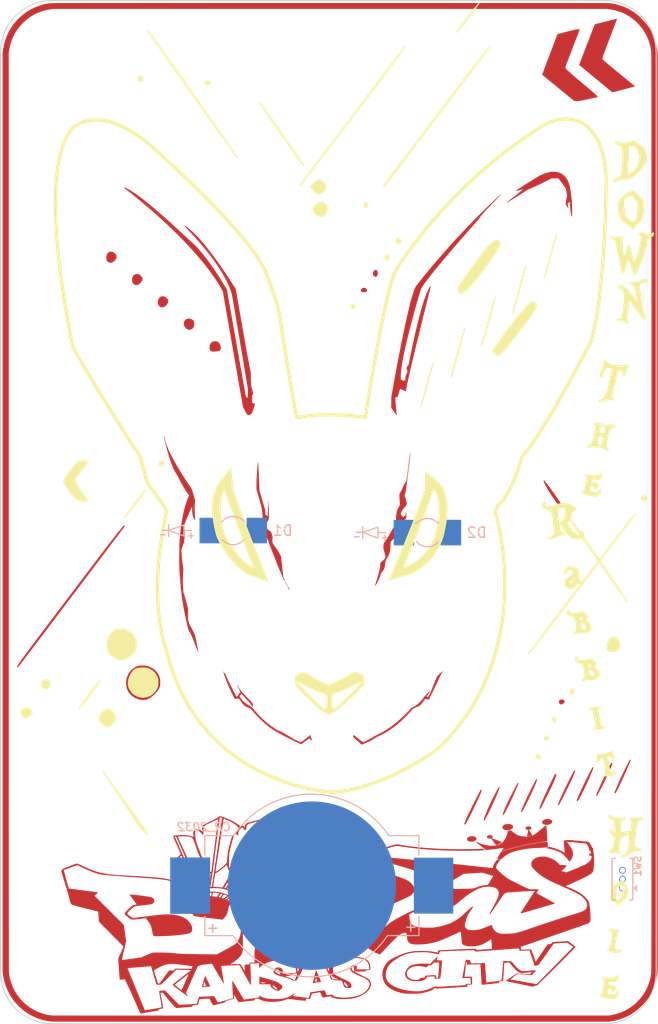
<source format=kicad_pcb>
(kicad_pcb (version 20240108) (generator "pcbnew") (generator_version "8.0")
  (layers (0 "F.Cu" signal) (31 "B.Cu" signal) (34 "B.Paste" user) (35 "F.Paste" user) (36 "B.SilkS" user "B.Silkscreen") (37 "F.SilkS" user "F.Silkscreen") (38 "B.Mask" user) (39 "F.Mask" user) (44 "Edge.Cuts" user))
  (net 0 "")
  (net 1 "Net-(BT1-+)")
  (net 2 "GND")
  (net 3 "Net-(D1-A)")
  (footprint "Graphics:F.SilkS_g8" (layer "F.Cu") (at 117 71)
    (property "Reference" "G***" (hide yes))
    (property "Value" "LOGO" (hide yes))
  )
  (footprint "Graphics:F.Mask_g7" (layer "F.Cu") (at 117 71)
    (property "Reference" "G***" (hide yes))
    (property "Value" "LOGO" (hide yes))
  )
  (footprint "Graphics:F.Cu_g6" (layer "F.Cu") (at 117 71)
    (property "Reference" "G***" (hide yes))
    (property "Value" "LOGO" (hide yes))
  )
  (footprint "_BadgePirates:BatteryHolder_MPD_BC2003_1x2032_Fixed" (layer "B.Cu") (at 116.888798 107.5 180)
    (property "Reference" "BT1" (hide yes))
    (property "Value" "Battery_Cell")
  )
  (footprint "_BadgePirates:LED_Osram_Lx_P47F_D2mm_ReverseMount_Proper_Mask Only" (layer "B.Cu") (at 128.188798 73)
    (property "Reference" "D2")
    (property "Value" "LED")
  )
  (footprint "_BadgePirates:LED_Osram_Lx_P47F_D2mm_ReverseMount_Proper_Mask Only" (layer "B.Cu") (at 109.199998 72.8)
    (property "Reference" "D1")
    (property "Value" "LED")
  )
  (footprint "Graphics:B.Mask_g4" (layer "B.Cu") (at 120.388798 71 180)
    (property "Reference" "G***" (hide yes))
    (property "Value" "LOGO" (hide yes))
  )
  (footprint "_BadgePirates:SW_Slide_1P2T_CK_TH" (layer "B.Cu") (at 147.319198 107.9304 90)
    (property "Reference" "SW1")
    (property "Value" "SW_SPST")
  )
  (gr_poly (pts (xy 146.023407 21.031049) (xy 146.527197 21.107514) (xy 147.013211 21.231891) (xy 147.478819 21.401674) (xy 147.921603 21.614357) (xy 148.339036 21.867433) (xy 148.728589 22.158394) (xy 149.087744 22.484725) (xy 149.414172 22.843931) (xy 149.705054 23.233508) (xy 149.958163 23.650941) (xy 150.170871 24.093715) (xy 150.34065 24.559346) (xy 150.464982 25.045307) (xy 150.541437 25.549095) (xy 150.567498 26.068214) (xy 150.567498 115.931766) (xy 150.541437 116.450906) (xy 150.464982 116.954696) (xy 150.34065 117.440709) (xy 150.170871 117.906317) (xy 149.958163 118.349102) (xy 149.705054 118.766534) (xy 149.414172 119.156088) (xy 149.087744 119.515242) (xy 148.728589 119.84157) (xy 148.339036 120.132553) (xy 147.921603 120.385661) (xy 147.478819 120.598369) (xy 147.013211 120.768148) (xy 146.527197 120.89248) (xy 146.023407 120.968936) (xy 145.504267 120.994996) (xy 91.495732 120.994996) (xy 90.976592 120.968936) (xy 90.472804 120.89248) (xy 89.986893 120.768148) (xy 89.521285 120.598369) (xy 89.0785 120.385661) (xy 88.661066 120.13256) (xy 88.271409 119.841578) (xy 87.912252 119.515242) (xy 87.585922 119.156088) (xy 87.29494 118.766534) (xy 87.041835 118.349102) (xy 86.829229 117.906317) (xy 86.659448 117.440709) (xy 86.535017 116.954696) (xy 86.458561 116.450906) (xy 86.432502 115.931766) (xy 86.432502 26.068214) (xy 86.458561 25.549094) (xy 86.535017 25.045306) (xy 86.659448 24.559345) (xy 86.829229 24.093715) (xy 87.041835 23.650941) (xy 87.29494 23.233508) (xy 87.585922 22.843931) (xy 87.912252 22.484725) (xy 88.271409 22.158394) (xy 88.661066 21.867433) (xy 89.0785 21.614357) (xy 89.521285 21.401674) (xy 89.986893 21.231891) (xy 90.472804 21.107514) (xy 90.976592 21.031049) (xy 91.495732 21.005004) (xy 145.504267 21.005004)) (stroke (width -0.000001)) (fill none) (layer "Edge.Cuts"))
)
</source>
